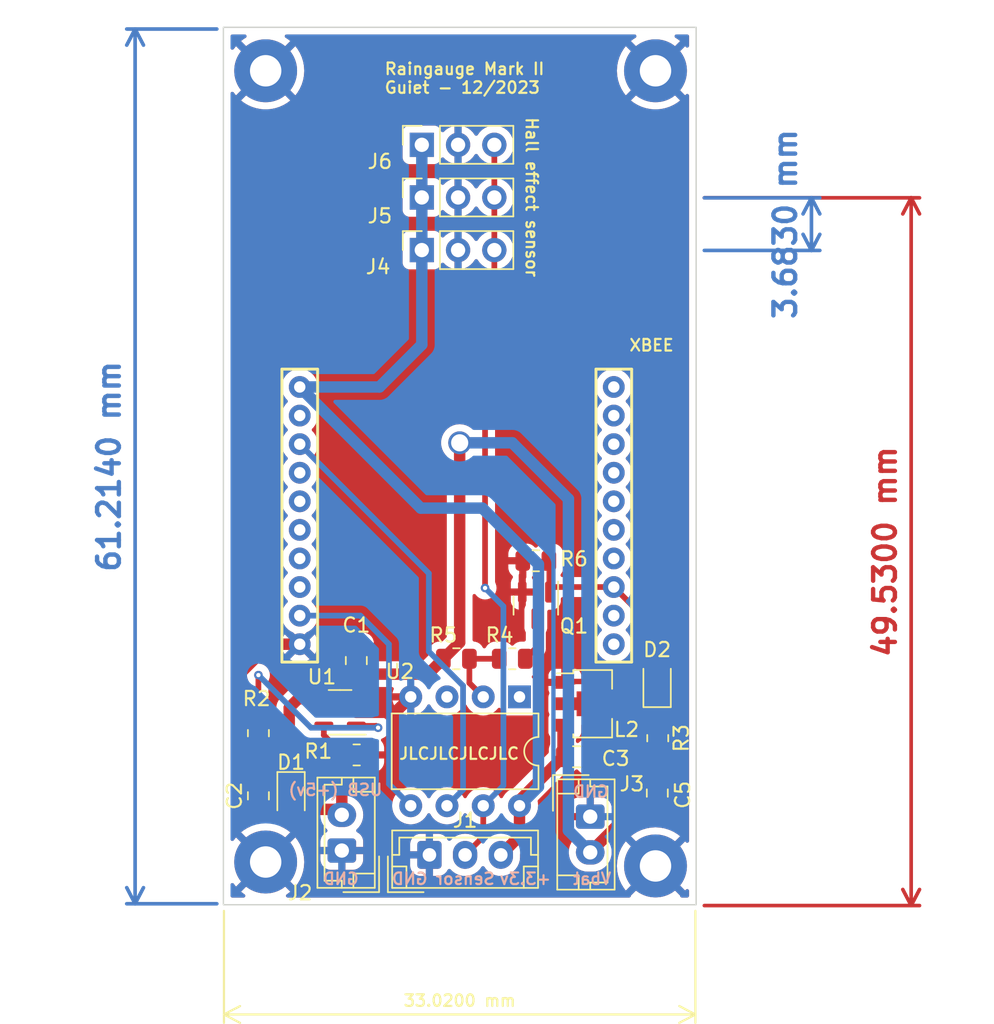
<source format=kicad_pcb>
(kicad_pcb (version 20221018) (generator pcbnew)
  (layers (0 "F.Cu" signal) (31 "B.Cu" signal) (34 "B.Paste" user) (35 "F.Paste" user) (36 "B.SilkS" user "B.Silkscreen") (37 "F.SilkS" user "F.Silkscreen") (38 "B.Mask" user) (39 "F.Mask" user) (44 "Edge.Cuts" user))
  (net 0 "")
  (net 1 "VBAT")
  (net 2 "GND")
  (net 3 "USB 5V")
  (net 4 "+3.3v")
  (net 5 "Net-(D1-K)")
  (net 6 "Net-(D2-K)")
  (net 7 "Net-(D2-A)")
  (net 8 "Net-(Q1-D)")
  (net 9 "Net-(U1-PROG)")
  (net 10 "Net-(U1-STAT)")
  (net 11 "Net-(U2-XTAL1{slash}PB3)")
  (net 14 "PB0")
  (net 15 "PB1")
  (net 16 "PB2")
  (footprint "Connector_JST:JST_EH_B2B-EH-A_1x02_P2.50mm_Vertical" (layer "F.Cu") (at 164.973 117.435 90)
    (fp_text reference "J2" (at -2.961 -2.921 180) (layer "F.SilkS"))
    (fp_text value "Con. USB (+5v)")
    (fp_line (start -2.91 0.11) (end -2.91 2.61) (stroke (width 0.12)) (layer "F.SilkS"))
    (fp_line (start -2.91 2.61) (end -0.41 2.61) (stroke (width 0.12)) (layer "F.SilkS"))
    (fp_line (start -2.61 -1.71) (end -2.61 2.31) (stroke (width 0.12)) (layer "F.SilkS"))
    (fp_line (start -2.61 0) (end -2.11 0) (stroke (width 0.12)) (layer "F.SilkS"))
    (fp_line (start -2.61 0.81) (end -1.61 0.81) (stroke (width 0.12)) (layer "F.SilkS"))
    (fp_line (start -2.61 2.31) (end 5.11 2.31) (stroke (width 0.12)) (layer "F.SilkS"))
    (fp_line (start -2.11 -1.21) (end 4.61 -1.21) (stroke (width 0.12)) (layer "F.SilkS"))
    (fp_line (start -2.11 0) (end -2.11 -1.21) (stroke (width 0.12)) (layer "F.SilkS"))
    (fp_line (start -1.61 0.81) (end -1.61 2.31) (stroke (width 0.12)) (layer "F.SilkS"))
    (fp_line (start 4.11 0.81) (end 4.11 2.31) (stroke (width 0.12)) (layer "F.SilkS"))
    (fp_line (start 4.61 -1.21) (end 4.61 0) (stroke (width 0.12)) (layer "F.SilkS"))
    (fp_line (start 4.61 0) (end 5.11 0) (stroke (width 0.12)) (layer "F.SilkS"))
    (fp_line (start 5.11 -1.71) (end -2.61 -1.71) (stroke (width 0.12)) (layer "F.SilkS"))
    (fp_line (start 5.11 0.81) (end 4.11 0.81) (stroke (width 0.12)) (layer "F.SilkS"))
    (fp_line (start 5.11 2.31) (end 5.11 -1.71) (stroke (width 0.12)) (layer "F.SilkS"))
    (pad "1" thru_hole roundrect (at 0 0 90) (size 1.7 2) (drill 1) (layers "*.Cu" "*.Mask") (roundrect_rratio 0.1470588235) (net 2 "GND"))
    (pad "2" thru_hole oval (at 2.5 0 90) (size 1.7 2) (drill 1) (layers "*.Cu" "*.Mask") (net 3 "USB 5V"))
  )
  (footprint "Connector_JST:JST_EH_B3B-EH-A_1x03_P2.50mm_Vertical" (layer "F.Cu") (at 171.109 117.738003)
    (fp_text reference "J1" (at 2.5 -2.422003) (layer "F.SilkS"))
    (fp_text value "Hall sensor Connector 1")
    (fp_line (start -2.91 0.11) (end -2.91 2.61) (stroke (width 0.12)) (layer "F.SilkS"))
    (fp_line (start -2.91 2.61) (end -0.41 2.61) (stroke (width 0.12)) (layer "F.SilkS"))
    (fp_line (start -2.61 -1.71) (end -2.61 2.31) (stroke (width 0.12)) (layer "F.SilkS"))
    (fp_line (start -2.61 0) (end -2.11 0) (stroke (width 0.12)) (layer "F.SilkS"))
    (fp_line (start -2.61 0.81) (end -1.61 0.81) (stroke (width 0.12)) (layer "F.SilkS"))
    (fp_line (start -2.61 2.31) (end 7.61 2.31) (stroke (width 0.12)) (layer "F.SilkS"))
    (fp_line (start -2.11 -1.21) (end 7.11 -1.21) (stroke (width 0.12)) (layer "F.SilkS"))
    (fp_line (start -2.11 0) (end -2.11 -1.21) (stroke (width 0.12)) (layer "F.SilkS"))
    (fp_line (start -1.61 0.81) (end -1.61 2.31) (stroke (width 0.12)) (layer "F.SilkS"))
    (fp_line (start 6.61 0.81) (end 6.61 2.31) (stroke (width 0.12)) (layer "F.SilkS"))
    (fp_line (start 7.11 -1.21) (end 7.11 0) (stroke (width 0.12)) (layer "F.SilkS"))
    (fp_line (start 7.11 0) (end 7.61 0) (stroke (width 0.12)) (layer "F.SilkS"))
    (fp_line (start 7.61 -1.71) (end -2.61 -1.71) (stroke (width 0.12)) (layer "F.SilkS"))
    (fp_line (start 7.61 0.81) (end 6.61 0.81) (stroke (width 0.12)) (layer "F.SilkS"))
    (fp_line (start 7.61 2.31) (end 7.61 -1.71) (stroke (width 0.12)) (layer "F.SilkS"))
    (pad "1" thru_hole roundrect (at 0 0) (size 1.7 1.95) (drill 0.95) (layers "*.Cu" "*.Mask") (roundrect_rratio 0.1470588235) (net 2 "GND"))
    (pad "2" thru_hole oval (at 2.5 0) (size 1.7 1.95) (drill 0.95) (layers "*.Cu" "*.Mask") (net 16 "PB2"))
    (pad "3" thru_hole oval (at 5 0) (size 1.7 1.95) (drill 0.95) (layers "*.Cu" "*.Mask") (net 4 "+3.3v"))
  )
  (footprint "Resistor_SMD:R_0805_2012Metric" (layer "F.Cu") (at 178.562 97.155 180)
    (fp_text reference "R6" (at -2.667 0.127) (layer "F.SilkS"))
    (fp_text value "10kOhm")
    (fp_line (start -0.227064 -0.735) (end 0.227064 -0.735) (stroke (width 0.12)) (layer "F.SilkS"))
    (fp_line (start -0.227064 0.735) (end 0.227064 0.735) (stroke (width 0.12)) (layer "F.SilkS"))
    (pad "1" smd roundrect (at -0.9125 0 180) (size 1.025 1.4) (layers "F.Cu" "F.Paste" "F.Mask") (roundrect_rratio 0.243902439) (net 7 "Net-(D2-A)"))
    (pad "2" smd roundrect (at 0.9125 0 180) (size 1.025 1.4) (layers "F.Cu" "F.Paste" "F.Mask") (roundrect_rratio 0.243902439) (net 2 "GND"))
  )
  (footprint "Connector_PinSocket_2.54mm:PinSocket_1x03_P2.54mm_Vertical" (layer "F.Cu") (at 170.576 75.413 90)
    (fp_text reference "J4" (at -1.168 -3.063 180) (layer "F.SilkS"))
    (fp_text value "Hall sensor Connector 3")
    (fp_line (start -1.33 1.27) (end -1.33 6.41) (stroke (width 0.12)) (layer "F.SilkS"))
    (fp_line (start -1.33 1.27) (end 1.33 1.27) (stroke (width 0.12)) (layer "F.SilkS"))
    (fp_line (start -1.33 6.41) (end 1.33 6.41) (stroke (width 0.12)) (layer "F.SilkS"))
    (fp_line (start 0 -1.33) (end 1.33 -1.33) (stroke (width 0.12)) (layer "F.SilkS"))
    (fp_line (start 1.33 -1.33) (end 1.33 0) (stroke (width 0.12)) (layer "F.SilkS"))
    (fp_line (start 1.33 1.27) (end 1.33 6.41) (stroke (width 0.12)) (layer "F.SilkS"))
    (pad "1" thru_hole rect (at 0 0 90) (size 1.7 1.7) (drill 1) (layers "*.Cu" "*.Mask") (net 4 "+3.3v"))
    (pad "2" thru_hole oval (at 0 2.54 90) (size 1.7 1.7) (drill 1) (layers "*.Cu" "*.Mask") (net 2 "GND"))
    (pad "3" thru_hole oval (at 0 5.08 90) (size 1.7 1.7) (drill 1) (layers "*.Cu" "*.Mask") (net 16 "PB2"))
  )
  (footprint "Resistor_SMD:R_0805_2012Metric" (layer "F.Cu") (at 166.0125 110.744 180)
    (fp_text reference "R1" (at 2.6905 0.254) (layer "F.SilkS"))
    (fp_text value "2k Ohm")
    (fp_line (start -0.227064 -0.735) (end 0.227064 -0.735) (stroke (width 0.12)) (layer "F.SilkS"))
    (fp_line (start -0.227064 0.735) (end 0.227064 0.735) (stroke (width 0.12)) (layer "F.SilkS"))
    (pad "1" smd roundrect (at -0.9125 0 180) (size 1.025 1.4) (layers "F.Cu" "F.Paste" "F.Mask") (roundrect_rratio 0.243902439) (net 2 "GND"))
    (pad "2" smd roundrect (at 0.9125 0 180) (size 1.025 1.4) (layers "F.Cu" "F.Paste" "F.Mask") (roundrect_rratio 0.243902439) (net 9 "Net-(U1-PROG)"))
  )
  (footprint "Connector_JST:JST_EH_B2B-EH-A_1x02_P2.50mm_Vertical" (layer "F.Cu") (at 182.372 115.062 -90)
    (fp_text reference "J3" (at -2.286 -2.921 -180) (layer "F.SilkS"))
    (fp_text value "Con. LiPO battery ")
    (fp_line (start -2.91 0.11) (end -2.91 2.61) (stroke (width 0.12)) (layer "F.SilkS"))
    (fp_line (start -2.91 2.61) (end -0.41 2.61) (stroke (width 0.12)) (layer "F.SilkS"))
    (fp_line (start -2.61 -1.71) (end -2.61 2.31) (stroke (width 0.12)) (layer "F.SilkS"))
    (fp_line (start -2.61 0) (end -2.11 0) (stroke (width 0.12)) (layer "F.SilkS"))
    (fp_line (start -2.61 0.81) (end -1.61 0.81) (stroke (width 0.12)) (layer "F.SilkS"))
    (fp_line (start -2.61 2.31) (end 5.11 2.31) (stroke (width 0.12)) (layer "F.SilkS"))
    (fp_line (start -2.11 -1.21) (end 4.61 -1.21) (stroke (width 0.12)) (layer "F.SilkS"))
    (fp_line (start -2.11 0) (end -2.11 -1.21) (stroke (width 0.12)) (layer "F.SilkS"))
    (fp_line (start -1.61 0.81) (end -1.61 2.31) (stroke (width 0.12)) (layer "F.SilkS"))
    (fp_line (start 4.11 0.81) (end 4.11 2.31) (stroke (width 0.12)) (layer "F.SilkS"))
    (fp_line (start 4.61 -1.21) (end 4.61 0) (stroke (width 0.12)) (layer "F.SilkS"))
    (fp_line (start 4.61 0) (end 5.11 0) (stroke (width 0.12)) (layer "F.SilkS"))
    (fp_line (start 5.11 -1.71) (end -2.61 -1.71) (stroke (width 0.12)) (layer "F.SilkS"))
    (fp_line (start 5.11 0.81) (end 4.11 0.81) (stroke (width 0.12)) (layer "F.SilkS"))
    (fp_line (start 5.11 2.31) (end 5.11 -1.71) (stroke (width 0.12)) (layer "F.SilkS"))
    (pad "1" thru_hole roundrect (at 0 0 270) (size 1.7 2) (drill 1) (layers "*.Cu" "*.Mask") (roundrect_rratio 0.1470588235) (net 2 "GND"))
    (pad "2" thru_hole oval (at 2.5 0 270) (size 1.7 2) (drill 1) (layers "*.Cu" "*.Mask") (net 1 "VBAT"))
  )
  (footprint "Connector_PinSocket_2.54mm:PinSocket_1x03_P2.54mm_Vertical" (layer "F.Cu") (at 170.576 71.73 90)
    (fp_text reference "J5" (at -1.295 -2.936 180) (layer "F.SilkS"))
    (fp_text value "Hall sensor Connector 2")
    (fp_line (start -1.33 1.27) (end -1.33 6.41) (stroke (width 0.12)) (layer "F.SilkS"))
    (fp_line (start -1.33 1.27) (end 1.33 1.27) (stroke (width 0.12)) (layer "F.SilkS"))
    (fp_line (start -1.33 6.41) (end 1.33 6.41) (stroke (width 0.12)) (layer "F.SilkS"))
    (fp_line (start 0 -1.33) (end 1.33 -1.33) (stroke (width 0.12)) (layer "F.SilkS"))
    (fp_line (start 1.33 -1.33) (end 1.33 0) (stroke (width 0.12)) (layer "F.SilkS"))
    (fp_line (start 1.33 1.27) (end 1.33 6.41) (stroke (width 0.12)) (layer "F.SilkS"))
    (pad "1" thru_hole rect (at 0 0 90) (size 1.7 1.7) (drill 1) (layers "*.Cu" "*.Mask") (net 4 "+3.3v"))
    (pad "2" thru_hole oval (at 0 2.54 90) (size 1.7 1.7) (drill 1) (layers "*.Cu" "*.Mask") (net 2 "GND"))
    (pad "3" thru_hole oval (at 0 5.08 90) (size 1.7 1.7) (drill 1) (layers "*.Cu" "*.Mask") (net 16 "PB2"))
  )
  (footprint "LED_SMD:LED_0805_2012Metric" (layer "F.Cu") (at 187.056 105.7125 90)
    (fp_text reference "D2" (at 2.3345 0 180) (layer "F.SilkS"))
    (fp_text value "LED")
    (fp_line (start -1.685 -0.96) (end -1.685 0.96) (stroke (width 0.12)) (layer "F.SilkS"))
    (fp_line (start -1.685 0.96) (end 1 0.96) (stroke (width 0.12)) (layer "F.SilkS"))
    (fp_line (start 1 -0.96) (end -1.685 -0.96) (stroke (width 0.12)) (layer "F.SilkS"))
    (pad "1" smd roundrect (at -0.9375 0 90) (size 0.975 1.4) (layers "F.Cu" "F.Paste" "F.Mask") (net 6 "Net-(D2-K)"))
    (pad "2" smd roundrect (at 0.9375 0 90) (size 0.975 1.4) (layers "F.Cu" "F.Paste" "F.Mask") (net 7 "Net-(D2-A)"))
  )
  (footprint "Capacitor_SMD:C_0805_2012Metric" (layer "F.Cu") (at 187.071 113.411 90)
    (fp_text reference "C5" (at -0.127 1.778 90) (layer "F.SilkS"))
    (fp_text value "10uF")
    (fp_line (start -0.261252 -0.735) (end 0.261252 -0.735) (stroke (width 0.12)) (layer "F.SilkS"))
    (fp_line (start -0.261252 0.735) (end 0.261252 0.735) (stroke (width 0.12)) (layer "F.SilkS"))
    (pad "1" smd roundrect (at -0.95 0 90) (size 1 1.45) (layers "F.Cu" "F.Paste" "F.Mask") (net 1 "VBAT"))
    (pad "2" smd roundrect (at 0.95 0 90) (size 1 1.45) (layers "F.Cu" "F.Paste" "F.Mask") (net 2 "GND"))
  )
  (footprint "Capacitor_SMD:C_0805_2012Metric" (layer "F.Cu") (at 181.422 110.871)
    (fp_text reference "C3" (at 2.728 0.127) (layer "F.SilkS"))
    (fp_text value "10uF")
    (fp_line (start -0.261252 -0.735) (end 0.261252 -0.735) (stroke (width 0.12)) (layer "F.SilkS"))
    (fp_line (start -0.261252 0.735) (end 0.261252 0.735) (stroke (width 0.12)) (layer "F.SilkS"))
    (pad "1" smd roundrect (at -0.95 0) (size 1 1.45) (layers "F.Cu" "F.Paste" "F.Mask") (net 4 "+3.3v"))
    (pad "2" smd roundrect (at 0.95 0) (size 1 1.45) (layers "F.Cu" "F.Paste" "F.Mask") (net 2 "GND"))
  )
  (footprint "MountingHole:MountingHole_2.2mm_M2_Pad" (layer "F.Cu") (at 186.944 62.865)
    (fp_text reference "H2" hide)
    (fp_text value "MountingHole_Pad")
    (pad "1" thru_hole circle (at 0 0) (size 4.4 4.4) (drill 2.2) (layers "*.Cu" "*.Mask") (net 2 "GND"))
  )
  (footprint "Package_TO_SOT_SMD:SOT-89-3" (layer "F.Cu") (at 182.544 107.164)
    (fp_text reference "L2" (at 2.368 1.802) (layer "F.SilkS"))
    (fp_text value "HT7333-A")
    (fp_line (start -2.5 -2.13) (end -1.36 -2.13) (stroke (width 0.12)) (layer "F.SilkS"))
    (fp_line (start -1.36 -2.36) (end -1.36 -2.13) (stroke (width 0.12)) (layer "F.SilkS"))
    (fp_line (start -1.36 -2.36) (end 1.36 -2.36) (stroke (width 0.12)) (layer "F.SilkS"))
    (fp_line (start -1.36 2.36) (end -1.36 2.13) (stroke (width 0.12)) (layer "F.SilkS"))
    (fp_line (start 1.36 -2.36) (end 1.36 -1.05) (stroke (width 0.12)) (layer "F.SilkS"))
    (fp_line (start 1.36 1.05) (end 1.36 2.36) (stroke (width 0.12)) (layer "F.SilkS"))
    (fp_line (start 1.36 2.36) (end -1.36 2.36) (stroke (width 0.12)) (layer "F.SilkS"))
    (pad "1" smd rect (at -1.95 -1.5) (size 1.3 0.9) (layers "F.Cu" "F.Paste" "F.Mask") (net 2 "GND"))
    (pad "2" smd custom (at -1.8625 0) (size 1.475 0.9) (layers "F.Cu" "F.Paste" "F.Mask") (net 1 "VBAT") (options (clearance outline) (anchor rect)) (primitives (gr_poly (pts (xy 3.8625 0.8665) (xy 0.7375 0.8665) (xy 0.7375 -0.8665) (xy 3.8625 -0.8665)) (width 0) (fill yes))))
    (pad "3" smd rect (at -1.95 1.5) (size 1.3 0.9) (layers "F.Cu" "F.Paste" "F.Mask") (net 4 "+3.3v"))
  )
  (footprint "RF:XBEE" (layer "F.Cu") (at 173.0248 104.99344)
    (fp_text reference "JP1" hide)
    (fp_text value "XBEE" hide)
    (fp_line (start -12.24788 -21.24964) (end -12.24788 -0.7493) (stroke (width 0.2032)) (layer "F.SilkS"))
    (fp_line (start -12.24788 -0.7493) (end -9.74852 -0.7493) (stroke (width 0.2032)) (layer "F.SilkS"))
    (fp_line (start -9.74852 -21.24964) (end -12.24788 -21.24964) (stroke (width 0.2032)) (layer "F.SilkS"))
    (fp_line (start -9.74852 -21.24964) (end -9.74852 -0.7493) (stroke (width 0.2032)) (layer "F.SilkS"))
    (fp_line (start 9.74852 -21.24964) (end 9.74852 -0.7493) (stroke (width 0.2032)) (layer "F.SilkS"))
    (fp_line (start 9.74852 -21.24964) (end 12.24788 -21.24964) (stroke (width 0.2032)) (layer "F.SilkS"))
    (fp_line (start 12.24788 -21.24964) (end 12.24788 -0.7493) (stroke (width 0.2032)) (layer "F.SilkS"))
    (fp_line (start 12.24788 -0.7493) (end 9.74852 -0.7493) (stroke (width 0.2032)) (layer "F.SilkS"))
    (pad "1" thru_hole circle (at -10.9982 -19.99996) (size 1.524 1.524) (drill 0.79756) (layers "*.Cu" "*.Mask") (net 4 "+3.3v"))
    (pad "2" thru_hole circle (at -10.9982 -17.99844) (size 1.524 1.524) (drill 0.79756) (layers "*.Cu" "*.Mask"))
    (pad "3" thru_hole circle (at -10.9982 -15.99946) (size 1.524 1.524) (drill 0.79756) (layers "*.Cu" "*.Mask") (net 15 "PB1"))
    (pad "4" thru_hole circle (at -10.9982 -13.99794) (size 1.524 1.524) (drill 0.79756) (layers "*.Cu" "*.Mask"))
    (pad "5" thru_hole circle (at -10.9982 -11.99896) (size 1.524 1.524) (drill 0.79756) (layers "*.Cu" "*.Mask"))
    (pad "6" thru_hole circle (at -10.9982 -9.99998) (size 1.524 1.524) (drill 0.79756) (layers "*.Cu" "*.Mask"))
    (pad "7" thru_hole circle (at -10.9982 -7.99846) (size 1.524 1.524) (drill 0.79756) (layers "*.Cu" "*.Mask"))
    (pad "8" thru_hole circle (at -10.9982 -5.99948) (size 1.524 1.524) (drill 0.79756) (layers "*.Cu" "*.Mask"))
    (pad "9" thru_hole circle (at -10.9982 -3.99796) (size 1.524 1.524) (drill 0.79756) (layers "*.Cu" "*.Mask") (net 14 "PB0"))
    (pad "10" thru_hole circle (at -10.9982 -1.99898) (size 1.524 1.524) (drill 0.79756) (layers "*.Cu" "*.Mask") (net 2 "GND"))
    (pad "11" thru_hole circle (at 10.9982 -1.99898) (size 1.524 1.524) (drill 0.79756) (layers "*.Cu" "*.Mask"))
    (pad "12" thru_hole circle (at 10.9982 -3.99796) (size 1.524 1.524) (drill 0.79756) (layers "*.Cu" "*.Mask"))
    (pad "13" thru_hole circle (at 10.9982 -5.99948) (size 1.524 1.524) (drill 0.79756) (layers "*.Cu" "*.Mask") (net 7 "Net-(D2-A)"))
    (pad "14" thru_hole circle (at 10.9982 -7.99846) (size 1.524 1.524) (drill 0.79756) (layers "*.Cu" "*.Mask"))
    (pad "15" thru_hole circle (at 10.9982 -9.99998) (size 1.524 1.524) (drill 0.79756) (layers "*.Cu" "*.Mask"))
    (pad "16" thru_hole circle (at 10.9982 -11.99896) (size 1.524 1.524) (drill 0.79756) (layers "*.Cu" "*.Mask"))
    (pad "17" thru_hole circle (at 10.9982 -13.99794) (size 1.524 1.524) (drill 0.79756) (layers "*.Cu" "*.Mask"))
    (pad "18" thru_hole circle (at 10.9982 -15.99946) (size 1.524 1.524) (drill 0.79756) (layers "*.Cu" "*.Mask"))
    (pad "19" thru_hole circle (at 10.9982 -17.99844) (size 1.524 1.524) (drill 0.79756) (layers "*.Cu" "*.Mask"))
    (pad "20" thru_hole circle (at 10.9982 -19.99996) (size 1.524 1.524) (drill 0.79756) (layers "*.Cu" "*.Mask"))
  )
  (footprint "Package_TO_SOT_SMD:SOT-23" (layer "F.Cu") (at 178.562 100.2815 -90)
    (fp_text reference "Q1" (at 1.4455 -2.667 -180) (layer "F.SilkS"))
    (fp_text value "2N7002")
    (fp_line (start 0 -1.56) (end -1.675 -1.56) (stroke (width 0.12)) (layer "F.SilkS"))
    (fp_line (start 0 -1.56) (end 0.65 -1.56) (stroke (width 0.12)) (layer "F.SilkS"))
    (fp_line (start 0 1.56) (end -0.65 1.56) (stroke (width 0.12)) (layer "F.SilkS"))
    (fp_line (start 0 1.56) (end 0.65 1.56) (stroke (width 0.12)) (layer "F.SilkS"))
    (pad "1" smd roundrect (at -0.9375 -0.95 270) (size 1.475 0.6) (layers "F.Cu" "F.Paste" "F.Mask") (net 7 "Net-(D2-A)"))
    (pad "2" smd roundrect (at -0.9375 0.95 270) (size 1.475 0.6) (layers "F.Cu" "F.Paste" "F.Mask") (net 2 "GND"))
    (pad "3" smd roundrect (at 0.9375 0 270) (size 1.475 0.6) (layers "F.Cu" "F.Paste" "F.Mask") (net 8 "Net-(Q1-D)"))
  )
  (footprint "Package_TO_SOT_SMD:SOT-23-5" (layer "F.Cu") (at 164.8515 107.762 180)
    (fp_text reference "U1" (at 1.2755 2.479) (layer "F.SilkS"))
    (fp_text value "MCP73831-2-OT")
    (fp_line (start 0 -1.56) (end -1.8 -1.56) (stroke (width 0.12)) (layer "F.SilkS"))
    (fp_line (start 0 -1.56) (end 0.8 -1.56) (stroke (width 0.12)) (layer "F.SilkS"))
    (fp_line (start 0 1.56) (end -0.8 1.56) (stroke (width 0.12)) (layer "F.SilkS"))
    (fp_line (start 0 1.56) (end 0.8 1.56) (stroke (width 0.12)) (layer "F.SilkS"))
    (pad "1" smd roundrect (at -1.1375 -0.95 180) (size 1.325 0.6) (layers "F.Cu" "F.Paste" "F.Mask") (net 10 "Net-(U1-STAT)"))
    (pad "2" smd roundrect (at -1.1375 0 180) (size 1.325 0.6) (layers "F.Cu" "F.Paste" "F.Mask") (net 2 "GND"))
    (pad "3" smd roundrect (at -1.1375 0.95 180) (size 1.325 0.6) (layers "F.Cu" "F.Paste" "F.Mask") (net 1 "VBAT"))
    (pad "4" smd roundrect (at 1.1375 0.95 180) (size 1.325 0.6) (layers "F.Cu" "F.Paste" "F.Mask") (net 3 "USB 5V"))
    (pad "5" smd roundrect (at 1.1375 -0.95 180) (size 1.325 0.6) (layers "F.Cu" "F.Paste" "F.Mask") (net 9 "Net-(U1-PROG)"))
  )
  (footprint "Capacitor_SMD:C_0805_2012Metric" (layer "F.Cu") (at 159.131 113.604 90)
    (fp_text reference "C2" (at 0 -1.68 90) (layer "F.SilkS"))
    (fp_text value "4.7uF")
    (fp_line (start -0.261252 -0.735) (end 0.261252 -0.735) (stroke (width 0.12)) (layer "F.SilkS"))
    (fp_line (start -0.261252 0.735) (end 0.261252 0.735) (stroke (width 0.12)) (layer "F.SilkS"))
    (pad "1" smd roundrect (at -0.95 0 90) (size 1 1.45) (layers "F.Cu" "F.Paste" "F.Mask") (net 3 "USB 5V"))
    (pad "2" smd roundrect (at 0.95 0 90) (size 1 1.45) (layers "F.Cu" "F.Paste" "F.Mask") (net 2 "GND"))
  )
  (footprint "Resistor_SMD:R_0805_2012Metric" (layer "F.Cu") (at 159.131 109.22 -90)
    (fp_text reference "R2" (at -2.413 0.127 -180) (layer "F.SilkS"))
    (fp_text value "470 Ohm")
    (fp_line (start -0.227064 -0.735) (end 0.227064 -0.735) (stroke (width 0.12)) (layer "F.SilkS"))
    (fp_line (start -0.227064 0.735) (end 0.227064 0.735) (stroke (width 0.12)) (layer "F.SilkS"))
    (pad "1" smd roundrect (at -0.9125 0 270) (size 1.025 1.4) (layers "F.Cu" "F.Paste" "F.Mask") (roundrect_rratio 0.243902439) (net 10 "Net-(U1-STAT)"))
    (pad "2" smd roundrect (at 0.9125 0 270) (size 1.025 1.4) (layers "F.Cu" "F.Paste" "F.Mask") (roundrect_rratio 0.243902439) (net 5 "Net-(D1-K)"))
  )
  (footprint "MountingHole:MountingHole_2.2mm_M2_Pad" (layer "F.Cu") (at 159.639 118.237)
    (fp_text reference "H3" hide)
    (fp_text value "MountingHole_Pad")
    (pad "1" thru_hole circle (at 0 0) (size 4.4 4.4) (drill 2.2) (layers "*.Cu" "*.Mask") (net 2 "GND"))
  )
  (footprint "Resistor_SMD:R_0805_2012Metric" (layer "F.Cu") (at 187.101 109.571 -90)
    (fp_text reference "R3" (at 0 -1.65 90) (layer "F.SilkS"))
    (fp_text value "100Ohm")
    (fp_line (start -0.227064 -0.735) (end 0.227064 -0.735) (stroke (width 0.12)) (layer "F.SilkS"))
    (fp_line (start -0.227064 0.735) (end 0.227064 0.735) (stroke (width 0.12)) (layer "F.SilkS"))
    (pad "1" smd roundrect (at -0.9125 0 270) (size 1.025 1.4) (layers "F.Cu" "F.Paste" "F.Mask") (roundrect_rratio 0.243902439) (net 6 "Net-(D2-K)"))
    (pad "2" smd roundrect (at 0.9125 0 270) (size 1.025 1.4) (layers "F.Cu" "F.Paste" "F.Mask") (roundrect_rratio 0.243902439) (net 2 "GND"))
  )
  (footprint "Package_DIP:DIP-8_W7.62mm" (layer "F.Cu") (at 177.419 106.68 -90)
    (fp_text reference "U2" (at -1.778 8.382 -180) (layer "F.SilkS"))
    (fp_text value "ATtiny85-20P")
    (fp_line (start 1.16 -1.33) (end 1.16 8.95) (stroke (width 0.12)) (layer "F.SilkS"))
    (fp_line (start 1.16 8.95) (end 6.46 8.95) (stroke (width 0.12)) (layer "F.SilkS"))
    (fp_line (start 2.81 -1.33) (end 1.16 -1.33) (stroke (width 0.12)) (layer "F.SilkS"))
    (fp_line (start 6.46 -1.33) (end 4.81 -1.33) (stroke (width 0.12)) (layer "F.SilkS"))
    (fp_line (start 6.46 8.95) (end 6.46 -1.33) (stroke (width 0.12)) (layer "F.SilkS"))
    (fp_arc (start 4.81 -1.33) (mid 3.81 -0.33) (end 2.81 -1.33) (stroke (width 0.12)) (layer "F.SilkS"))
    (pad "1" thru_hole rect (at 0 0 270) (size 1.6 1.6) (drill 0.8) (layers "*.Cu" "*.Mask"))
    (pad "2" thru_hole oval (at 0 2.54 270) (size 1.6 1.6) (drill 0.8) (layers "*.Cu" "*.Mask") (net 11 "Net-(U2-XTAL1{slash}PB3)"))
    (pad "3" thru_hole oval (at 0 5.08 270) (size 1.6 1.6) (drill 0.8) (layers "*.Cu" "*.Mask"))
    (pad "4" thru_hole oval (at 0 7.62 270) (size 1.6 1.6) (drill 0.8) (layers "*.Cu" "*.Mask") (net 2 "GND"))
    (pad "5" thru_hole oval (at 7.62 7.62 270) (size 1.6 1.6) (drill 0.8) (layers "*.Cu" "*.Mask") (net 14 "PB0"))
    (pad "6" thru_hole oval (at 7.62 5.08 270) (size 1.6 1.6) (drill 0.8) (layers "*.Cu" "*.Mask") (net 15 "PB1"))
    (pad "7" thru_hole oval (at 7.62 2.54 270) (size 1.6 1.6) (drill 0.8) (layers "*.Cu" "*.Mask") (net 16 "PB2"))
    (pad "8" thru_hole oval (at 7.62 0 270) (size 1.6 1.6) (drill 0.8) (layers "*.Cu" "*.Mask") (net 4 "+3.3v"))
  )
  (footprint "Capacitor_SMD:C_0805_2012Metric" (layer "F.Cu") (at 165.989 104.14 90)
    (fp_text reference "C1" (at 2.479 0 180) (layer "F.SilkS"))
    (fp_text value "4.7uF")
    (fp_line (start -0.261252 -0.735) (end 0.261252 -0.735) (stroke (width 0.12)) (layer "F.SilkS"))
    (fp_line (start -0.261252 0.735) (end 0.261252 0.735) (stroke (width 0.12)) (layer "F.SilkS"))
    (pad "1" smd roundrect (at -0.95 0 90) (size 1 1.45) (layers "F.Cu" "F.Paste" "F.Mask") (net 1 "VBAT"))
    (pad "2" smd roundrect (at 0.95 0 90) (size 1 1.45) (layers "F.Cu" "F.Paste" "F.Mask") (net 2 "GND"))
  )
  (footprint "MountingHole:MountingHole_2.2mm_M2_Pad" (layer "F.Cu") (at 159.639 62.865)
    (fp_text reference "H1" hide)
    (fp_text value "MountingHole_Pad")
    (pad "1" thru_hole circle (at 0 0) (size 4.4 4.4) (drill 2.2) (layers "*.Cu" "*.Mask") (net 2 "GND"))
  )
  (footprint "Resistor_SMD:R_0805_2012Metric" (layer "F.Cu") (at 172.9975 104.013 180)
    (fp_text reference "R5" (at 0.9125 1.651) (layer "F.SilkS"))
    (fp_text value "10kOhm")
    (fp_line (start -0.227064 -0.735) (end 0.227064 -0.735) (stroke (width 0.12)) (layer "F.SilkS"))
    (fp_line (start -0.227064 0.735) (end 0.227064 0.735) (stroke (width 0.12)) (layer "F.SilkS"))
    (pad "1" smd roundrect (at -0.9125 0 180) (size 1.025 1.4) (layers "F.Cu" "F.Paste" "F.Mask") (roundrect_rratio 0.243902439) (net 11 "Net-(U2-XTAL1{slash}PB3)"))
    (pad "2" smd roundrect (at 0.9125 0 180) (size 1.025 1.4) (layers "F.Cu" "F.Paste" "F.Mask") (roundrect_rratio 0.243902439) (net 1 "VBAT"))
  )
  (footprint "LED_SMD:LED_0805_2012Metric" (layer "F.Cu") (at 161.417 113.624 -90)
    (fp_text reference "D1" (at -2.3645 0 -180) (layer "F.SilkS"))
    (fp_text value "LED")
    (fp_line (start -1.685 -0.96) (end -1.685 0.96) (stroke (width 0.12)) (layer "F.SilkS"))
    (fp_line (start -1.685 0.96) (end 1 0.96) (stroke (width 0.12)) (layer "F.SilkS"))
    (fp_line (start 1 -0.96) (end -1.685 -0.96) (stroke (width 0.12)) (layer "F.SilkS"))
    (pad "1" smd roundrect (at -0.9375 0 270) (size 0.975 1.4) (layers "F.Cu" "F.Paste" "F.Mask") (net 5 "Net-(D1-K)"))
    (pad "2" smd roundrect (at 0.9375 0 270) (size 0.975 1.4) (layers "F.Cu" "F.Paste" "F.Mask") (net 3 "USB 5V"))
  )
  (footprint "MountingHole:MountingHole_2.2mm_M2_Pad" (layer "F.Cu") (at 186.944 118.512)
    (fp_text reference "H4" hide)
    (fp_text value "MountingHole_Pad")
    (pad "1" thru_hole circle (at 0 0) (size 4.4 4.4) (drill 2.2) (layers "*.Cu" "*.Mask") (net 2 "GND"))
  )
  (footprint "Resistor_SMD:R_0805_2012Metric" (layer "F.Cu") (at 176.911 104.013 180)
    (fp_text reference "R4" (at 0.889 1.651) (layer "F.SilkS"))
    (fp_text value "3.3kOhm")
    (fp_line (start -0.227064 -0.735) (end 0.227064 -0.735) (stroke (width 0.12)) (layer "F.SilkS"))
    (fp_line (start -0.227064 0.735) (end 0.227064 0.735) (stroke (width 0.12)) (layer "F.SilkS"))
    (pad "1" smd roundrect (at -0.9125 0 180) (size 1.025 1.4) (layers "F.Cu" "F.Paste" "F.Mask") (roundrect_rratio 0.243902439) (net 8 "Net-(Q1-D)"))
    (pad "2" smd roundrect (at 0.9125 0 180) (size 1.025 1.4) (layers "F.Cu" "F.Paste" "F.Mask") (roundrect_rratio 0.243902439) (net 11 "Net-(U2-XTAL1{slash}PB3)"))
  )
  (footprint "Connector_PinSocket_2.54mm:PinSocket_1x03_P2.54mm_Vertical" (layer "F.Cu") (at 170.576 68.047 90)
    (fp_text reference "J6" (at -1.168 -2.936 180) (layer "F.SilkS"))
    (fp_text value "Hall sensor Connector 4")
    (fp_line (start -1.33 1.27) (end -1.33 6.41) (stroke (width 0.12)) (layer "F.SilkS"))
    (fp_line (start -1.33 1.27) (end 1.33 1.27) (stroke (width 0.12)) (layer "F.SilkS"))
    (fp_line (start -1.33 6.41) (end 1.33 6.41) (stroke (width 0.12)) (layer "F.SilkS"))
    (fp_line (start 0 -1.33) (end 1.33 -1.33) (stroke (width 0.12)) (layer "F.SilkS"))
    (fp_line (start 1.33 -1.33) (end 1.33 0) (stroke (width 0.12)) (layer "F.SilkS"))
    (fp_line (start 1.33 1.27) (end 1.33 6.41) (stroke (width 0.12)) (layer "F.SilkS"))
    (pad "1" thru_hole rect (at 0 0 90) (size 1.7 1.7) (drill 1) (layers "*.Cu" "*.Mask") (net 4 "+3.3v"))
    (pad "2" thru_hole oval (at 0 2.54 90) (size 1.7 1.7) (drill 1) (layers "*.Cu" "*.Mask") (net 2 "GND"))
    (pad "3" thru_hole oval (at 0 5.08 90) (size 1.7 1.7) (drill 1) (layers "*.Cu" "*.Mask") (net 16 "PB2"))
  )
  (gr_rect (start 156.678276 59.822987) (end 189.790697 121.225803) (stroke (width 0.1)) (fill none) (layer "Edge.Cuts"))
  (gr_text "USB (+5v)" (at 167.894 113.665) (layer "B.SilkS") (effects (font (size 0.8128 0.8128) (thickness 0.1524) bold) (justify left bottom mirror)))
  (gr_text "GND" (at 183.769 113.792) (layer "B.SilkS") (effects (font (size 0.8128 0.8128) (thickness 0.1524) bold) (justify left bottom mirror)))
  (gr_text "GND" (at 171.069 119.888) (layer "B.SilkS") (effects (font (size 0.8128 0.8128) (thickness 0.1524) bold) (justify left bottom mirror)))
  (gr_text "GND" (at 166.243 119.888) (layer "B.SilkS") (effects (font (size 0.8128 0.8128) (thickness 0.1524) bold) (justify left bottom mirror)))
  (gr_text "+3.3v" (at 179.705 119.888) (layer "B.SilkS") (effects (font (size 0.8128 0.8128) (thickness 0.1524) bold) (justify left bottom mirror)))
  (gr_text "Vbat" (at 183.923818 119.888) (layer "B.SilkS") (effects (font (size 0.8128 0.8128) (thickness 0.1524) bold) (justify left bottom mirror)))
  (gr_text "Sensor" (at 175.768 119.888) (layer "B.SilkS") (effects (font (size 0.8128 0.8128) (thickness 0.1524) bold) (justify left bottom mirror)))
  (gr_text "XBEE" (at 185.039 82.55) (layer "F.SilkS") (effects (font (size 0.8128 0.8128) (thickness 0.1524) bold) (justify left bottom)))
  (gr_text "Raingauge Mark II\nGuiet - 12/2023" (at 167.894 64.516) (layer "F.SilkS") (effects (font (size 0.8128 0.8128) (thickness 0.1524) bold) (justify left bottom)))
  (gr_text "JLCJLCJLCJLC" (at 168.91 111.125) (layer "F.SilkS") (effects (font (size 0.8128 0.8128) (thickness 0.1524) bold) (justify left bottom)))
  (gr_text "Hall effect sensor" (at 177.8 66.04 -90) (layer "F.SilkS") (effects (font (size 0.8128 0.8128) (thickness 0.1524) bold) (justify left bottom)))
  (dimension (type aligned) (layer "F.Cu") (pts (xy 189.865 121.285) (xy 189.865 71.755)) (height 14.986) (gr_text "49,5300 mm" (at 203.0222 96.52 90) (layer "F.Cu") (effects (font (size 1.524 1.524) (thickness 0.3048)))) (format (prefix "") (suffix "") (units 3) (units_format 1) (precision 4)) (style (thickness 0.254) (arrow_length 1.27) (text_position_mode 0) (extension_height 0.58642) (extension_offset 0.5) keep_text_aligned))
  (dimension (type aligned) (layer "B.Cu") (pts (xy 189.865 71.755) (xy 189.865 75.438)) (height -8.001) (gr_text "3,6830 mm" (at 196.0372 73.5965 90) (layer "B.Cu") (effects (font (size 1.524 1.524) (thickness 0.3048)))) (format (prefix "") (suffix "") (units 3) (units_format 1) (precision 4)) (style (thickness 0.254) (arrow_length 1.27) (text_position_mode 0) (extension_height 0.58642) (extension_offset 0.5) keep_text_aligned))
  (dimension (type aligned) (layer "B.Cu") (pts (xy 156.718 121.158) (xy 156.718 59.944)) (height -6.223) (gr_text "61,2140 mm" (at 148.6662 90.551 90) (layer "B.Cu") (effects (font (size 1.524 1.524) (thickness 0.3048)))) (format (prefix "") (suffix "") (units 3) (units_format 1) (precision 4)) (style (thickness 0.254) (arrow_length 1.27) (text_position_mode 0) (extension_height 0.58642) (extension_offset 0.5) keep_text_aligned))
  (dimension (type aligned) (layer "F.SilkS") (pts (xy 156.718 121.158) (xy 189.738 121.158)) (height 7.746999) (gr_text "33,0200 mm" (at 173.228 127.939799) (layer "F.SilkS") (effects (font (size 0.8128 0.8128) (thickness 0.1524)))) (format (prefix "") (suffix "") (units 3) (units_format 1) (precision 4)) (style (thickness 0.1524) (arrow_length 1.27) (text_position_mode 0) (extension_height 0.58642) (extension_offset 0.5) keep_text_aligned))
  (segment (start 185.039 114.895) (end 185.039 108.712) (width 0.8) (layer "F.Cu") (net 1))
  (segment (start 183.491 107.164) (end 180.6815 107.164) (width 0.8) (layer "F.Cu") (net 1))
  (segment (start 185.573 114.361) (end 185.039 114.895) (width 0.8) (layer "F.Cu") (net 1))
  (segment (start 173.228 102.87) (end 172.085 104.013) (width 0.8) (layer "F.Cu") (net 1))
  (segment (start 185.0365 108.5215) (end 184.8485 108.5215) (width 0.8) (layer "F.Cu") (net 1))
  (segment (start 187.071 114.361) (end 185.573 114.361) (width 0.8) (layer "F.Cu") (net 1))
  (segment (start 165.989 105.09) (end 165.989 106.812) (width 0.8) (layer "F.Cu") (net 1))
  (segment (start 171.008 105.09) (end 172.085 104.013) (width 0.8) (layer "F.Cu") (net 1))
  (segment (start 173.228 88.9) (end 173.228 102.87) (width 0.8) (layer "F.Cu") (net 1))
  (segment (start 182.372 117.562) (end 185.039 114.895) (width 0.8) (layer "F.Cu") (net 1))
  (segment (start 185.039 108.712) (end 184.8485 108.5215) (width 0.8) (layer "F.Cu") (net 1))
  (segment (start 165.989 105.09) (end 171.008 105.09) (width 0.8) (layer "F.Cu") (net 1))
  (segment (start 184.8485 108.5215) (end 183.491 107.164) (width 0.8) (layer "F.Cu") (net 1))
  (via (at 173.228 88.9) (size 1.6) (drill 1.2) (layers "F.Cu" "B.Cu") (net 1))
  (segment (start 176.911 88.9) (end 180.848 92.837) (width 0.8) (layer "B.Cu") (net 1))
  (segment (start 180.845 116.035) (end 182.372 117.562) (width 0.8) (layer "B.Cu") (net 1))
  (segment (start 180.845 92.84) (end 180.845 116.035) (width 0.8) (layer "B.Cu") (net 1))
  (segment (start 180.848 92.837) (end 180.845 92.84) (width 0.8) (layer "B.Cu") (net 1))
  (segment (start 173.228 88.9) (end 176.911 88.9) (width 0.8) (layer "B.Cu") (net 1))
  (segment (start 157.578276 105.311724) (end 157.578276 111.101276) (width 0.8) (layer "F.Cu") (net 2))
  (segment (start 173.101 75.555) (end 173.116 75.54) (width 0.4) (layer "F.Cu") (net 2))
  (segment (start 159.89554 102.99446) (end 157.578276 105.311724) (width 0.8) (layer "F.Cu") (net 2))
  (segment (start 157.578276 111.101276) (end 159.131 112.654) (width 0.8) (layer "F.Cu") (net 2))
  (segment (start 165.989 107.762) (end 168.717 107.762) (width 0.8) (layer "F.Cu") (net 2))
  (segment (start 162.0266 102.99446) (end 159.89554 102.99446) (width 0.8) (layer "F.Cu") (net 2))
  (segment (start 168.717 107.762) (end 169.799 106.68) (width 0.8) (layer "F.Cu") (net 2))
  (segment (start 159.131 114.554) (end 161.417 114.554) (width 0.8) (layer "F.Cu") (net 3))
  (segment (start 163.714 106.812) (end 161.92 106.812) (width 0.8) (layer "F.Cu") (net 3))
  (segment (start 165.1 114.808) (end 164.973 114.935) (width 0.8) (layer "F.Cu") (net 3))
  (segment (start 164.592 114.554) (end 164.973 114.935) (width 0.8) (layer "F.Cu") (net 3))
  (segment (start 161.29 107.442) (end 161.29 109.602) (width 0.8) (layer "F.Cu") (net 3))
  (segment (start 161.417 114.554) (end 164.592 114.554) (width 0.8) (layer "F.Cu") (net 3))
  (segment (start 164.973 113.285) (end 164.973 114.935) (width 0.8) (layer "F.Cu") (net 3))
  (segment (start 161.29 109.602) (end 164.973 113.285) (width 0.8) (layer "F.Cu") (net 3))
  (segment (start 161.92 106.812) (end 161.29 107.442) (width 0.8) (layer "F.Cu") (net 3))
  (segment (start 180.467 108.791) (end 180.594 108.664) (width 0.8) (layer "F.Cu") (net 4))
  (segment (start 180.467 110.871) (end 180.467 108.791) (width 0.8) (layer "F.Cu") (net 4))
  (segment (start 177.419 116.428003) (end 176.109 117.738003) (width 0.8) (layer "F.Cu") (net 4))
  (segment (start 177.419 114.3) (end 177.419 116.428003) (width 0.8) (layer "F.Cu") (net 4))
  (segment (start 177.419 114.3) (end 177.419 113.919) (width 0.8) (layer "F.Cu") (net 4))
  (segment (start 177.419 113.919) (end 180.467 110.871) (width 0.8) (layer "F.Cu") (net 4))
  (segment (start 177.419 114.3) (end 178.746 112.973) (width 0.8) (layer "B.Cu") (net 4))
  (segment (start 170.576 75.413) (end 170.576 71.73) (width 0.8) (layer "B.Cu") (net 4))
  (segment (start 167.60952 84.99348) (end 170.576 82.027) (width 0.8) (layer "B.Cu") (net 4))
  (segment (start 178.746 112.973) (end 178.746 97.399087) (width 0.8) (layer "B.Cu") (net 4))
  (segment (start 162.0266 84.99348) (end 167.60952 84.99348) (width 0.8) (layer "B.Cu") (net 4))
  (segment (start 178.746 97.399087) (end 174.818913 93.472) (width 0.8) (layer "B.Cu") (net 4))
  (segment (start 170.576 71.73) (end 170.576 68.047) (width 0.8) (layer "B.Cu") (net 4))
  (segment (start 170.50512 93.472) (end 162.0266 84.99348) (width 0.8) (layer "B.Cu") (net 4))
  (segment (start 170.576 82.027) (end 170.576 75.413) (width 0.8) (layer "B.Cu") (net 4))
  (segment (start 174.818913 93.472) (end 170.50512 93.472) (width 0.8) (layer "B.Cu") (net 4))
  (segment (start 159.131 110.1325) (end 160.1235 110.1325) (width 0.4) (layer "F.Cu") (net 5))
  (segment (start 161.417 111.426) (end 161.417 112.679) (width 0.4) (layer "F.Cu") (net 5))
  (segment (start 160.1235 110.1325) (end 161.417 111.426) (width 0.4) (layer "F.Cu") (net 5))
  (segment (start 187.071 108.6585) (end 187.071 106.65) (width 0.4) (layer "F.Cu") (net 6))
  (segment (start 184.023 98.99396) (end 179.86204 98.99396) (width 0.4) (layer "F.Cu") (net 7))
  (segment (start 179.512 97.1925) (end 179.4745 97.155) (width 0.4) (layer "F.Cu") (net 7))
  (segment (start 184.023 98.99396) (end 187.071 102.04196) (width 0.4) (layer "F.Cu") (net 7))
  (segment (start 187.071 102.04196) (end 187.071 104.775) (width 0.4) (layer "F.Cu") (net 7))
  (segment (start 179.451 99.283) (end 179.512 99.344) (width 0.4) (layer "F.Cu") (net 7))
  (segment (start 179.512 99.344) (end 179.512 97.1925) (width 0.4) (layer "F.Cu") (net 7))
  (segment (start 179.86204 98.99396) (end 179.512 99.344) (width 0.4) (layer "F.Cu") (net 7))
  (segment (start 178.562 101.219) (end 178.562 103.2745) (width 0.4) (layer "F.Cu") (net 8))
  (segment (start 178.562 103.2745) (end 177.8235 104.013) (width 0.4) (layer "F.Cu") (net 8))
  (segment (start 163.714 108.712) (end 163.714 109.358) (width 0.4) (layer "F.Cu") (net 9))
  (segment (start 163.714 109.358) (end 165.1 110.744) (width 0.4) (layer "F.Cu") (net 9))
  (segment (start 159.131 105.156) (end 159.131 108.3075) (width 0.4) (layer "F.Cu") (net 10))
  (segment (start 165.989 108.712) (end 167.386 108.712) (width 0.4) (layer "F.Cu") (net 10))
  (segment (start 167.386 108.712) (end 167.513 108.839) (width 0.4) (layer "F.Cu") (net 10))
  (via (at 159.131 105.156) (size 0.6) (drill 0.3) (layers "F.Cu" "B.Cu") (net 10))
  (via (at 167.513 108.839) (size 0.6) (drill 0.3) (layers "F.Cu" "B.Cu") (net 10))
  (segment (start 159.131 105.156) (end 162.814 108.839) (width 0.4) (layer "B.Cu") (net 10))
  (segment (start 162.814 108.839) (end 167.513 108.839) (width 0.4) (layer "B.Cu") (net 10))
  (segment (start 173.91 104.013) (end 173.91 105.711) (width 0.4) (layer "F.Cu") (net 11))
  (segment (start 175.9985 104.013) (end 173.91 104.013) (width 0.4) (layer "F.Cu") (net 11))
  (segment (start 173.91 105.711) (end 174.879 106.68) (width 0.4) (layer "F.Cu") (net 11))
  (segment (start 168.275 112.776) (end 169.799 114.3) (width 0.4) (layer "B.Cu") (net 14))
  (segment (start 166.27348 100.99548) (end 168.275 102.997) (width 0.4) (layer "B.Cu") (net 14))
  (segment (start 162.0266 100.99548) (end 166.27348 100.99548) (width 0.4) (layer "B.Cu") (net 14))
  (segment (start 168.275 102.997) (end 168.275 112.776) (width 0.4) (layer "B.Cu") (net 14))
  (segment (start 171.069 103.505) (end 171.069 98.03638) (width 0.4) (layer "B.Cu") (net 15))
  (segment (start 173.466 113.173) (end 173.466 105.902) (width 0.4) (layer "B.Cu") (net 15))
  (segment (start 172.339 114.3) (end 173.466 113.173) (width 0.4) (layer "B.Cu") (net 15))
  (segment (start 173.466 105.902) (end 171.069 103.505) (width 0.4) (layer "B.Cu") (net 15))
  (segment (start 171.069 98.03638) (end 162.0266 88.99398) (width 0.4) (layer "B.Cu") (net 15))
  (segment (start 175.006 99.06) (end 175.006 80.264) (width 0.4) (layer "F.Cu") (net 16))
  (segment (start 175.656 71.73) (end 175.656 68.047) (width 0.4) (layer "F.Cu") (net 16))
  (segment (start 175.656 79.614) (end 175.656 75.413) (width 0.4) (layer "F.Cu") (net 16))
  (segment (start 174.879 116.468003) (end 173.609 117.738003) (width 0.4) (layer "F.Cu") (net 16))
  (segment (start 174.879 114.3) (end 174.879 116.468003) (width 0.4) (layer "F.Cu") (net 16))
  (segment (start 175.656 75.413) (end 175.656 71.73) (width 0.4) (layer "F.Cu") (net 16))
  (segment (start 175.006 80.264) (end 175.656 79.614) (width 0.4) (layer "F.Cu") (net 16))
  (via (at 175.006 99.06) (size 0.6) (drill 0.3) (layers "F.Cu" "B.Cu") (net 16))
  (segment (start 174.879 114.3) (end 176.292 112.887) (width 0.4) (layer "B.Cu") (net 16))
  (segment (start 176.292 112.887) (end 176.292 100.346) (width 0.4) (layer "B.Cu") (net 16))
  (segment (start 176.292 100.346) (end 175.006 99.06) (width 0.4) (layer "B.Cu") (net 16))
  (zone (net 2) (net_name "GND") (layer "F.Cu") (priority 1) (connect_pads (clearance 0.5)) (min_thickness 0.25) (fill yes (thermal_gap 0.5) (thermal_bridge_width 0.5))
    (polygon (pts (xy 153.543 57.912) (xy 192.532 57.912) (xy 192.532 123.698) (xy 153.543 123.698)))
  )
  (zone (net 2) (net_name "GND") (layer "B.Cu") (connect_pads (clearance 0.5)) (min_thickness 0.25) (fill yes (thermal_gap 0.5) (thermal_bridge_width 0.5))
    (polygon (pts (xy 155.956 59.055) (xy 191.262 59.055) (xy 191.262 122.301) (xy 154.432 122.301) (xy 154.559 59.055)))
  )
)
</source>
